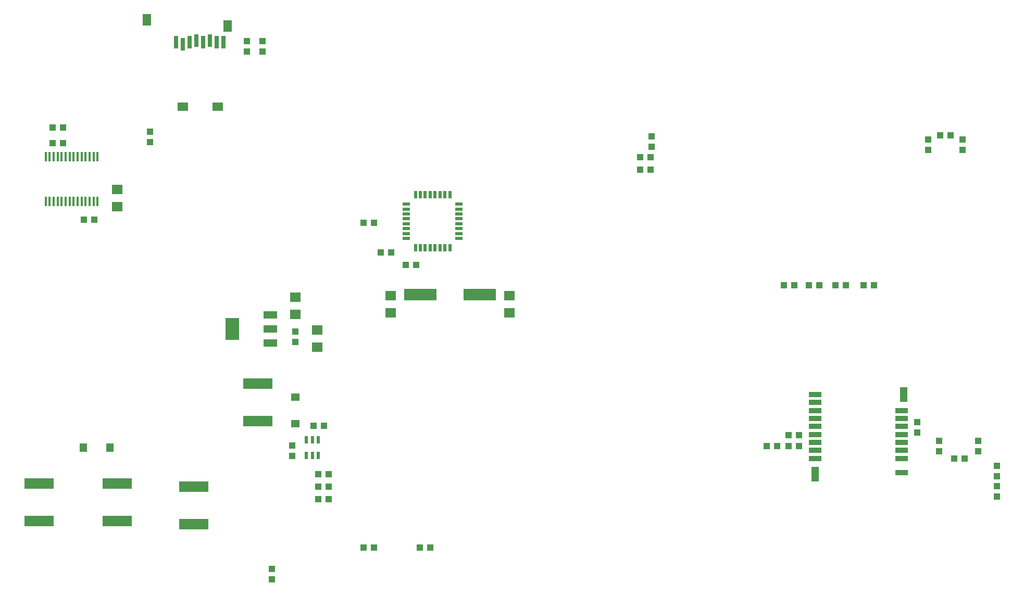
<source format=gbr>
G04 EAGLE Gerber RS-274X export*
G75*
%MOMM*%
%FSLAX34Y34*%
%LPD*%
%INSolderpaste Top*%
%IPPOS*%
%AMOC8*
5,1,8,0,0,1.08239X$1,22.5*%
G01*
%ADD10R,1.100000X1.000000*%
%ADD11R,1.800000X1.600000*%
%ADD12R,1.000000X1.100000*%
%ADD13R,1.470000X1.270000*%
%ADD14R,0.400000X1.500000*%
%ADD15R,4.700000X1.750000*%
%ADD16R,0.550000X1.200000*%
%ADD17R,2.235200X1.219200*%
%ADD18R,2.200000X3.600000*%
%ADD19R,1.270000X1.470000*%
%ADD20R,2.000000X0.920000*%
%ADD21R,1.300000X2.400000*%
%ADD22R,0.558800X1.270000*%
%ADD23R,1.270000X0.558800*%
%ADD24R,5.334000X1.930400*%
%ADD25R,1.400000X1.900000*%
%ADD26R,0.800000X2.000000*%
%ADD27R,1.800000X1.400000*%


D10*
X555380Y289560D03*
X572380Y289560D03*
D11*
X873760Y473680D03*
X873760Y501680D03*
X680720Y473680D03*
X680720Y501680D03*
D10*
X636660Y91440D03*
X653660Y91440D03*
D11*
X236220Y674400D03*
X236220Y646400D03*
D10*
X722240Y551180D03*
X705240Y551180D03*
X148200Y749300D03*
X131200Y749300D03*
D12*
X1104900Y743340D03*
X1104900Y760340D03*
X1536700Y278520D03*
X1536700Y295520D03*
X520700Y240420D03*
X520700Y257420D03*
D10*
X580000Y170180D03*
X563000Y170180D03*
D11*
X525780Y471140D03*
X525780Y499140D03*
X561340Y445800D03*
X561340Y417800D03*
D10*
X1590920Y762000D03*
X1573920Y762000D03*
D12*
X487680Y56760D03*
X487680Y39760D03*
D13*
X525780Y336460D03*
X525780Y293460D03*
D14*
X120310Y654630D03*
X126810Y654630D03*
X133310Y654630D03*
X139810Y654630D03*
X146310Y654630D03*
X152810Y654630D03*
X159310Y654630D03*
X165810Y654630D03*
X172310Y654630D03*
X178810Y654630D03*
X185310Y654630D03*
X191810Y654630D03*
X198310Y654630D03*
X204810Y654630D03*
X204810Y727130D03*
X198310Y727130D03*
X191810Y727130D03*
X185310Y727130D03*
X178810Y727130D03*
X172310Y727130D03*
X165810Y727130D03*
X159310Y727130D03*
X152810Y727130D03*
X146310Y727130D03*
X139810Y727130D03*
X133310Y727130D03*
X126810Y727130D03*
X120310Y727130D03*
D15*
X464820Y297410D03*
X464820Y357910D03*
D12*
X1554480Y755260D03*
X1554480Y738260D03*
X1610360Y755260D03*
X1610360Y738260D03*
D15*
X109220Y195350D03*
X109220Y134850D03*
X236220Y195350D03*
X236220Y134850D03*
X360680Y190270D03*
X360680Y129770D03*
D10*
X580000Y210820D03*
X563000Y210820D03*
X653660Y619760D03*
X636660Y619760D03*
D16*
X563220Y267001D03*
X553720Y267001D03*
X544220Y267001D03*
X544220Y240999D03*
X563220Y240999D03*
X553720Y240999D03*
D17*
X485648Y423926D03*
X485648Y447040D03*
X485648Y470154D03*
D18*
X423670Y447040D03*
D19*
X224700Y254000D03*
X181700Y254000D03*
D20*
X1511300Y213360D03*
X1511300Y236710D03*
X1511300Y249660D03*
X1511300Y262610D03*
X1511300Y275560D03*
X1511300Y288510D03*
X1511300Y301460D03*
X1511300Y314410D03*
D21*
X1514800Y340060D03*
D20*
X1371300Y340310D03*
X1371300Y327360D03*
X1371300Y314410D03*
X1371300Y301460D03*
X1371300Y288510D03*
X1371300Y275560D03*
X1371300Y262610D03*
X1371300Y249660D03*
D21*
X1371300Y211060D03*
D20*
X1371300Y236710D03*
D22*
X721300Y579374D03*
X729300Y579374D03*
X737300Y579374D03*
X745300Y579374D03*
X753300Y579374D03*
X761300Y579374D03*
X769300Y579374D03*
X777300Y579374D03*
D23*
X792226Y594300D03*
X792226Y602300D03*
X792226Y610300D03*
X792226Y618300D03*
X792226Y626300D03*
X792226Y634300D03*
X792226Y642300D03*
X792226Y650300D03*
D22*
X777300Y665226D03*
X769300Y665226D03*
X761300Y665226D03*
X753300Y665226D03*
X745300Y665226D03*
X737300Y665226D03*
X729300Y665226D03*
X721300Y665226D03*
D23*
X706374Y650300D03*
X706374Y642300D03*
X706374Y634300D03*
X706374Y626300D03*
X706374Y618300D03*
X706374Y610300D03*
X706374Y602300D03*
X706374Y594300D03*
D24*
X825500Y502920D03*
X728980Y502920D03*
D10*
X1613780Y236710D03*
X1596780Y236710D03*
D12*
X1572260Y248040D03*
X1572260Y265040D03*
X1635760Y248040D03*
X1635760Y265040D03*
X447040Y915280D03*
X447040Y898280D03*
X289560Y767960D03*
X289560Y750960D03*
X1666240Y207400D03*
X1666240Y224400D03*
X1666240Y191380D03*
X1666240Y174380D03*
D10*
X664600Y571500D03*
X681600Y571500D03*
D12*
X525780Y442840D03*
X525780Y425840D03*
D10*
X148200Y774700D03*
X131200Y774700D03*
X1291980Y256540D03*
X1308980Y256540D03*
D12*
X472440Y898280D03*
X472440Y915280D03*
D10*
X182000Y624840D03*
X199000Y624840D03*
X1103240Y726440D03*
X1086240Y726440D03*
D25*
X284480Y949960D03*
X415980Y939960D03*
D26*
X408980Y913960D03*
X397980Y913960D03*
X386980Y915960D03*
X375980Y913960D03*
X364980Y915960D03*
X342980Y909960D03*
X353980Y913960D03*
D27*
X399980Y808460D03*
X342980Y808460D03*
D26*
X331980Y913960D03*
D10*
X1344540Y256540D03*
X1327540Y256540D03*
X1103240Y706120D03*
X1086240Y706120D03*
X1420740Y518160D03*
X1403740Y518160D03*
X1466460Y518160D03*
X1449460Y518160D03*
X1336920Y518160D03*
X1319920Y518160D03*
X1377560Y518160D03*
X1360560Y518160D03*
X580000Y190500D03*
X563000Y190500D03*
X1344540Y274320D03*
X1327540Y274320D03*
X728100Y91440D03*
X745100Y91440D03*
M02*

</source>
